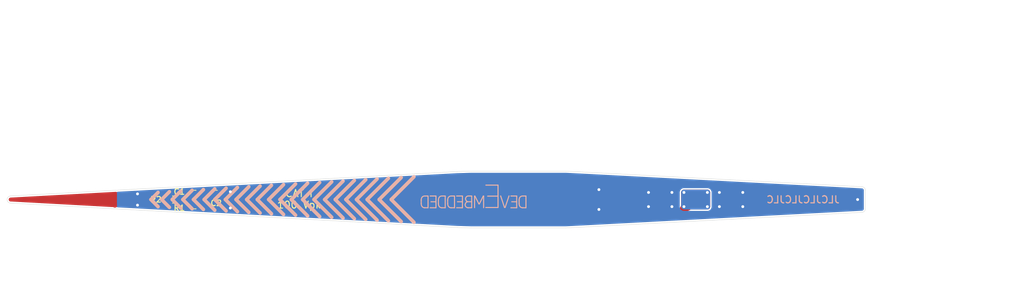
<source format=kicad_pcb>
(kicad_pcb (version 20171130) (host pcbnew 5.1.9-73d0e3b20d~88~ubuntu20.04.1)

  (general
    (thickness 1)
    (drawings 140)
    (tracks 81)
    (zones 0)
    (modules 9)
    (nets 5)
  )

  (page A4)
  (layers
    (0 F.Cu signal)
    (31 B.Cu signal)
    (32 B.Adhes user)
    (33 F.Adhes user)
    (34 B.Paste user)
    (35 F.Paste user)
    (36 B.SilkS user)
    (37 F.SilkS user)
    (38 B.Mask user)
    (39 F.Mask user)
    (40 Dwgs.User user)
    (41 Cmts.User user)
    (42 Eco1.User user)
    (43 Eco2.User user)
    (44 Edge.Cuts user)
    (45 Margin user)
    (46 B.CrtYd user)
    (47 F.CrtYd user)
    (48 B.Fab user)
    (49 F.Fab user)
  )

  (setup
    (last_trace_width 0.5)
    (trace_clearance 0.14)
    (zone_clearance 0.7)
    (zone_45_only no)
    (trace_min 0.2)
    (via_size 0.8)
    (via_drill 0.4)
    (via_min_size 0.4)
    (via_min_drill 0.3)
    (uvia_size 0.3)
    (uvia_drill 0.1)
    (uvias_allowed no)
    (uvia_min_size 0.2)
    (uvia_min_drill 0.1)
    (edge_width 0.05)
    (segment_width 0.2)
    (pcb_text_width 0.3)
    (pcb_text_size 1.5 1.5)
    (mod_edge_width 0.12)
    (mod_text_size 1 1)
    (mod_text_width 0.15)
    (pad_size 2 0.5)
    (pad_drill 0)
    (pad_to_mask_clearance 0.051)
    (solder_mask_min_width 0.25)
    (aux_axis_origin 120 90)
    (grid_origin 120 90)
    (visible_elements FFFFFF7F)
    (pcbplotparams
      (layerselection 0x010fc_ffffffff)
      (usegerberextensions false)
      (usegerberattributes false)
      (usegerberadvancedattributes false)
      (creategerberjobfile false)
      (excludeedgelayer true)
      (linewidth 0.100000)
      (plotframeref false)
      (viasonmask false)
      (mode 1)
      (useauxorigin false)
      (hpglpennumber 1)
      (hpglpenspeed 20)
      (hpglpendiameter 15.000000)
      (psnegative false)
      (psa4output false)
      (plotreference true)
      (plotvalue true)
      (plotinvisibletext false)
      (padsonsilk false)
      (subtractmaskfromsilk false)
      (outputformat 1)
      (mirror false)
      (drillshape 1)
      (scaleselection 1)
      (outputdirectory ""))
  )

  (net 0 "")
  (net 1 GND)
  (net 2 /AMP)
  (net 3 /TIP)
  (net 4 "Net-(C1-Pad1)")

  (net_class Default "This is the default net class."
    (clearance 0.14)
    (trace_width 0.5)
    (via_dia 0.8)
    (via_drill 0.4)
    (uvia_dia 0.3)
    (uvia_drill 0.1)
    (add_net /AMP)
    (add_net /TIP)
    (add_net GND)
    (add_net "Net-(C1-Pad1)")
  )

  (module oscilloscope-probes:PCB_SPARK_GAP (layer F.Cu) (tedit 611E3E79) (tstamp 60B66573)
    (at 208.05 100)
    (path /60B63DD8)
    (fp_text reference E2 (at 0 3.9) (layer F.SilkS) hide
      (effects (font (size 0.8 0.8) (thickness 0.15)))
    )
    (fp_text value SPARK_GAP (at 0 -5.1) (layer F.Fab) hide
      (effects (font (size 1 1) (thickness 0.15)))
    )
    (fp_poly (pts (xy 1 0.65) (xy -1 0.65) (xy -1 -0.65) (xy 1 -0.65)) (layer F.Mask) (width 0.01))
    (pad 2 smd rect (at -0.5 0.65 45) (size 0.35 0.35) (layers F.Cu)
      (net 1 GND))
    (pad 2 smd rect (at 0 0.65 45) (size 0.35 0.35) (layers F.Cu)
      (net 1 GND))
    (pad 2 smd roundrect (at 0 0.75) (size 2 0.5) (layers F.Cu) (roundrect_rratio 0.1)
      (net 1 GND))
    (pad 2 smd rect (at 0.5 0.65 45) (size 0.35 0.35) (layers F.Cu)
      (net 1 GND))
    (pad 2 smd rect (at -0.5 -0.65 45) (size 0.35 0.35) (layers F.Cu)
      (net 1 GND))
    (pad 2 smd rect (at 0 -0.65 45) (size 0.35 0.35) (layers F.Cu)
      (net 1 GND))
    (pad 1 smd rect (at 0.25 0 225) (size 0.5 0.5) (layers F.Cu F.Mask)
      (net 2 /AMP))
    (pad 1 smd rect (at -0.25 0 225) (size 0.5 0.5) (layers F.Cu F.Mask)
      (net 2 /AMP))
    (pad 2 smd roundrect (at 0 -0.75) (size 2 0.5) (layers F.Cu) (roundrect_rratio 0.1)
      (net 1 GND))
    (pad 2 smd rect (at 0.5 -0.65 45) (size 0.35 0.35) (layers F.Cu)
      (net 1 GND))
    (pad 1 smd rect (at 0 0) (size 2 0.5) (layers F.Cu F.Mask)
      (net 2 /AMP))
  )

  (module oscilloscope-probes:PCB_SPARK_GAP (layer F.Cu) (tedit 611E3E79) (tstamp 611E9555)
    (at 141.7 100)
    (path /60B619A9)
    (fp_text reference E1 (at 0 2.6) (layer F.SilkS) hide
      (effects (font (size 0.8 0.8) (thickness 0.15)))
    )
    (fp_text value SPARK_GAP (at 0 -2.6) (layer F.Fab) hide
      (effects (font (size 1 1) (thickness 0.15)))
    )
    (fp_poly (pts (xy 1 0.65) (xy -1 0.65) (xy -1 -0.65) (xy 1 -0.65)) (layer F.Mask) (width 0.01))
    (pad 2 smd rect (at -0.5 0.65 45) (size 0.35 0.35) (layers F.Cu)
      (net 1 GND))
    (pad 2 smd rect (at 0 0.65 45) (size 0.35 0.35) (layers F.Cu)
      (net 1 GND))
    (pad 2 smd roundrect (at 0 0.75) (size 2 0.5) (layers F.Cu) (roundrect_rratio 0.1)
      (net 1 GND))
    (pad 2 smd rect (at 0.5 0.65 45) (size 0.35 0.35) (layers F.Cu)
      (net 1 GND))
    (pad 2 smd rect (at -0.5 -0.65 45) (size 0.35 0.35) (layers F.Cu)
      (net 1 GND))
    (pad 2 smd rect (at 0 -0.65 45) (size 0.35 0.35) (layers F.Cu)
      (net 1 GND))
    (pad 1 smd rect (at 0.25 0 225) (size 0.5 0.5) (layers F.Cu F.Mask)
      (net 3 /TIP))
    (pad 1 smd rect (at -0.25 0 225) (size 0.5 0.5) (layers F.Cu F.Mask)
      (net 3 /TIP))
    (pad 2 smd roundrect (at 0 -0.75) (size 2 0.5) (layers F.Cu) (roundrect_rratio 0.1)
      (net 1 GND))
    (pad 2 smd rect (at 0.5 -0.65 45) (size 0.35 0.35) (layers F.Cu)
      (net 1 GND))
    (pad 1 smd rect (at 0 0) (size 2 0.5) (layers F.Cu F.Mask)
      (net 3 /TIP))
  )

  (module oscilloscope-probes:SIMPLE_PAD (layer F.Cu) (tedit 5FFCA1B5) (tstamp 5FFCF0EF)
    (at 221.65 100.01)
    (path /5FFCA007)
    (fp_text reference J2 (at 0 -1.448) (layer F.SilkS) hide
      (effects (font (size 0.8 0.8) (thickness 0.15)))
    )
    (fp_text value TO_AMP (at 0 1.55) (layer F.Fab)
      (effects (font (size 1 1) (thickness 0.15)))
    )
    (fp_text user %R (at 0 -1.45) (layer F.Fab)
      (effects (font (size 0.8 0.8) (thickness 0.15)))
    )
    (pad 1 smd circle (at 0 0) (size 1 1) (layers F.Cu F.Mask)
      (net 2 /AMP))
  )

  (module Capacitor_SMD:C_0603_1608Metric (layer F.Cu) (tedit 5B301BBE) (tstamp 60B65DD4)
    (at 154 99.2)
    (descr "Capacitor SMD 0603 (1608 Metric), square (rectangular) end terminal, IPC_7351 nominal, (Body size source: http://www.tortai-tech.com/upload/download/2011102023233369053.pdf), generated with kicad-footprint-generator")
    (tags capacitor)
    (path /60B603A2)
    (attr smd)
    (fp_text reference C2 (at 0 1.3) (layer F.SilkS)
      (effects (font (size 0.8 0.8) (thickness 0.15)))
    )
    (fp_text value N/A (at 0 1.43) (layer F.Fab)
      (effects (font (size 1 1) (thickness 0.15)))
    )
    (fp_line (start 1.48 0.73) (end -1.48 0.73) (layer F.CrtYd) (width 0.05))
    (fp_line (start 1.48 -0.73) (end 1.48 0.73) (layer F.CrtYd) (width 0.05))
    (fp_line (start -1.48 -0.73) (end 1.48 -0.73) (layer F.CrtYd) (width 0.05))
    (fp_line (start -1.48 0.73) (end -1.48 -0.73) (layer F.CrtYd) (width 0.05))
    (fp_line (start -0.162779 0.51) (end 0.162779 0.51) (layer F.SilkS) (width 0.12))
    (fp_line (start -0.162779 -0.51) (end 0.162779 -0.51) (layer F.SilkS) (width 0.12))
    (fp_line (start 0.8 0.4) (end -0.8 0.4) (layer F.Fab) (width 0.1))
    (fp_line (start 0.8 -0.4) (end 0.8 0.4) (layer F.Fab) (width 0.1))
    (fp_line (start -0.8 -0.4) (end 0.8 -0.4) (layer F.Fab) (width 0.1))
    (fp_line (start -0.8 0.4) (end -0.8 -0.4) (layer F.Fab) (width 0.1))
    (fp_text user %R (at 0 0) (layer F.Fab)
      (effects (font (size 0.8 0.8) (thickness 0.15)))
    )
    (pad 2 smd roundrect (at 0.7875 0) (size 0.875 0.95) (layers F.Cu F.Paste F.Mask) (roundrect_rratio 0.25)
      (net 1 GND))
    (pad 1 smd roundrect (at -0.7875 0) (size 0.875 0.95) (layers F.Cu F.Paste F.Mask) (roundrect_rratio 0.25)
      (net 2 /AMP))
    (model ${KISYS3DMOD}/Capacitor_SMD.3dshapes/C_0603_1608Metric.wrl
      (at (xyz 0 0 0))
      (scale (xyz 1 1 1))
      (rotate (xyz 0 0 0))
    )
  )

  (module Resistor_SMD:R_0603_1608Metric (layer F.Cu) (tedit 5B301BBD) (tstamp 60990555)
    (at 148 100 180)
    (descr "Resistor SMD 0603 (1608 Metric), square (rectangular) end terminal, IPC_7351 nominal, (Body size source: http://www.tortai-tech.com/upload/download/2011102023233369053.pdf), generated with kicad-footprint-generator")
    (tags resistor)
    (path /609904A1)
    (attr smd)
    (fp_text reference R2 (at 2.5 0) (layer F.SilkS)
      (effects (font (size 0.8 0.8) (thickness 0.15)))
    )
    (fp_text value 220 (at 0 1.43) (layer F.Fab)
      (effects (font (size 1 1) (thickness 0.15)))
    )
    (fp_line (start 1.48 0.73) (end -1.48 0.73) (layer F.CrtYd) (width 0.05))
    (fp_line (start 1.48 -0.73) (end 1.48 0.73) (layer F.CrtYd) (width 0.05))
    (fp_line (start -1.48 -0.73) (end 1.48 -0.73) (layer F.CrtYd) (width 0.05))
    (fp_line (start -1.48 0.73) (end -1.48 -0.73) (layer F.CrtYd) (width 0.05))
    (fp_line (start -0.162779 0.51) (end 0.162779 0.51) (layer F.SilkS) (width 0.12))
    (fp_line (start -0.162779 -0.51) (end 0.162779 -0.51) (layer F.SilkS) (width 0.12))
    (fp_line (start 0.8 0.4) (end -0.8 0.4) (layer F.Fab) (width 0.1))
    (fp_line (start 0.8 -0.4) (end 0.8 0.4) (layer F.Fab) (width 0.1))
    (fp_line (start -0.8 -0.4) (end 0.8 -0.4) (layer F.Fab) (width 0.1))
    (fp_line (start -0.8 0.4) (end -0.8 -0.4) (layer F.Fab) (width 0.1))
    (fp_text user %R (at 0 0) (layer F.Fab)
      (effects (font (size 0.8 0.8) (thickness 0.15)))
    )
    (pad 2 smd roundrect (at 0.7875 0 180) (size 0.875 0.95) (layers F.Cu F.Paste F.Mask) (roundrect_rratio 0.25)
      (net 3 /TIP))
    (pad 1 smd roundrect (at -0.7875 0 180) (size 0.875 0.95) (layers F.Cu F.Paste F.Mask) (roundrect_rratio 0.25)
      (net 4 "Net-(C1-Pad1)"))
    (model ${KISYS3DMOD}/Resistor_SMD.3dshapes/R_0603_1608Metric.wrl
      (at (xyz 0 0 0))
      (scale (xyz 1 1 1))
      (rotate (xyz 0 0 0))
    )
  )

  (module oscilloscope-probes:SIMPLE_PAD (layer F.Cu) (tedit 611A48FD) (tstamp 5FFCF0FD)
    (at 216.65 100)
    (path /5FFCB7FA)
    (fp_text reference J3 (at 0 1.905) (layer F.SilkS) hide
      (effects (font (size 0.8 0.8) (thickness 0.15)))
    )
    (fp_text value GND (at 0 -1.905) (layer F.Fab) hide
      (effects (font (size 1 1) (thickness 0.15)))
    )
    (pad 1 smd circle (at 0 0) (size 1 1) (layers F.Cu F.Mask)
      (net 1 GND))
  )

  (module oscilloscope-probes:SIMPLE_PAD (layer F.Cu) (tedit 5FFCA1B5) (tstamp 5FFCF0E1)
    (at 135 100)
    (path /5FFC9D55)
    (fp_text reference J1 (at 0 1.905) (layer F.SilkS) hide
      (effects (font (size 0.8 0.8) (thickness 0.15)))
    )
    (fp_text value TIP (at 0 -1.905) (layer F.Fab) hide
      (effects (font (size 1 1) (thickness 0.15)))
    )
    (pad 1 smd circle (at 0 0) (size 1 1) (layers F.Cu F.Mask)
      (net 3 /TIP))
  )

  (module Resistor_SMD:R_0603_1608Metric (layer F.Cu) (tedit 5B301BBD) (tstamp 5FFCF10E)
    (at 151 100.8 180)
    (descr "Resistor SMD 0603 (1608 Metric), square (rectangular) end terminal, IPC_7351 nominal, (Body size source: http://www.tortai-tech.com/upload/download/2011102023233369053.pdf), generated with kicad-footprint-generator")
    (tags resistor)
    (path /5FFCA62C)
    (attr smd)
    (fp_text reference R1 (at 2.2 -0.4) (layer F.SilkS)
      (effects (font (size 0.8 0.8) (thickness 0.15)))
    )
    (fp_text value 9.53M (at 0 1.43) (layer F.Fab)
      (effects (font (size 1 1) (thickness 0.15)))
    )
    (fp_line (start 1.48 0.73) (end -1.48 0.73) (layer F.CrtYd) (width 0.05))
    (fp_line (start 1.48 -0.73) (end 1.48 0.73) (layer F.CrtYd) (width 0.05))
    (fp_line (start -1.48 -0.73) (end 1.48 -0.73) (layer F.CrtYd) (width 0.05))
    (fp_line (start -1.48 0.73) (end -1.48 -0.73) (layer F.CrtYd) (width 0.05))
    (fp_line (start -0.162779 0.51) (end 0.162779 0.51) (layer F.SilkS) (width 0.12))
    (fp_line (start -0.162779 -0.51) (end 0.162779 -0.51) (layer F.SilkS) (width 0.12))
    (fp_line (start 0.8 0.4) (end -0.8 0.4) (layer F.Fab) (width 0.1))
    (fp_line (start 0.8 -0.4) (end 0.8 0.4) (layer F.Fab) (width 0.1))
    (fp_line (start -0.8 -0.4) (end 0.8 -0.4) (layer F.Fab) (width 0.1))
    (fp_line (start -0.8 0.4) (end -0.8 -0.4) (layer F.Fab) (width 0.1))
    (fp_text user %R (at 0 0) (layer F.Fab)
      (effects (font (size 0.8 0.8) (thickness 0.15)))
    )
    (pad 2 smd roundrect (at 0.7875 0 180) (size 0.875 0.95) (layers F.Cu F.Paste F.Mask) (roundrect_rratio 0.25)
      (net 4 "Net-(C1-Pad1)"))
    (pad 1 smd roundrect (at -0.7875 0 180) (size 0.875 0.95) (layers F.Cu F.Paste F.Mask) (roundrect_rratio 0.25)
      (net 2 /AMP))
    (model ${KISYS3DMOD}/Resistor_SMD.3dshapes/R_0603_1608Metric.wrl
      (at (xyz 0 0 0))
      (scale (xyz 1 1 1))
      (rotate (xyz 0 0 0))
    )
  )

  (module Capacitor_SMD:C_0603_1608Metric (layer F.Cu) (tedit 5B301BBE) (tstamp 5FFCF0D3)
    (at 151 99.2)
    (descr "Capacitor SMD 0603 (1608 Metric), square (rectangular) end terminal, IPC_7351 nominal, (Body size source: http://www.tortai-tech.com/upload/download/2011102023233369053.pdf), generated with kicad-footprint-generator")
    (tags capacitor)
    (path /5FFCAB53)
    (attr smd)
    (fp_text reference C1 (at -2.2 -0.3) (layer F.SilkS)
      (effects (font (size 0.8 0.8) (thickness 0.15)))
    )
    (fp_text value 1.0pF (at 0 1.43) (layer F.Fab)
      (effects (font (size 1 1) (thickness 0.15)))
    )
    (fp_line (start 1.48 0.73) (end -1.48 0.73) (layer F.CrtYd) (width 0.05))
    (fp_line (start 1.48 -0.73) (end 1.48 0.73) (layer F.CrtYd) (width 0.05))
    (fp_line (start -1.48 -0.73) (end 1.48 -0.73) (layer F.CrtYd) (width 0.05))
    (fp_line (start -1.48 0.73) (end -1.48 -0.73) (layer F.CrtYd) (width 0.05))
    (fp_line (start -0.162779 0.51) (end 0.162779 0.51) (layer F.SilkS) (width 0.12))
    (fp_line (start -0.162779 -0.51) (end 0.162779 -0.51) (layer F.SilkS) (width 0.12))
    (fp_line (start 0.8 0.4) (end -0.8 0.4) (layer F.Fab) (width 0.1))
    (fp_line (start 0.8 -0.4) (end 0.8 0.4) (layer F.Fab) (width 0.1))
    (fp_line (start -0.8 -0.4) (end 0.8 -0.4) (layer F.Fab) (width 0.1))
    (fp_line (start -0.8 0.4) (end -0.8 -0.4) (layer F.Fab) (width 0.1))
    (fp_text user %R (at 0 0) (layer F.Fab)
      (effects (font (size 0.8 0.8) (thickness 0.15)))
    )
    (pad 2 smd roundrect (at 0.7875 0) (size 0.875 0.95) (layers F.Cu F.Paste F.Mask) (roundrect_rratio 0.25)
      (net 2 /AMP))
    (pad 1 smd roundrect (at -0.7875 0) (size 0.875 0.95) (layers F.Cu F.Paste F.Mask) (roundrect_rratio 0.25)
      (net 4 "Net-(C1-Pad1)"))
    (model ${KISYS3DMOD}/Capacitor_SMD.3dshapes/C_0603_1608Metric.wrl
      (at (xyz 0 0 0))
      (scale (xyz 1 1 1))
      (rotate (xyz 0 0 0))
    )
  )

  (dimension 3.6 (width 0.12) (layer Dwgs.User)
    (gr_text "3.600 mm" (at 263.17 100 -90) (layer Dwgs.User)
      (effects (font (size 1 1) (thickness 0.15)))
    )
    (feature1 (pts (xy 245.1 101.8) (xy 262.486421 101.8)))
    (feature2 (pts (xy 245.1 98.2) (xy 262.486421 98.2)))
    (crossbar (pts (xy 261.9 98.2) (xy 261.9 101.8)))
    (arrow1a (pts (xy 261.9 101.8) (xy 261.313579 100.673496)))
    (arrow1b (pts (xy 261.9 101.8) (xy 262.486421 100.673496)))
    (arrow2a (pts (xy 261.9 98.2) (xy 261.313579 99.326504)))
    (arrow2b (pts (xy 261.9 98.2) (xy 262.486421 99.326504)))
  )
  (dimension 6.6 (width 0.12) (layer Dwgs.User)
    (gr_text "6.600 mm" (at 265.47 100 -90) (layer Dwgs.User)
      (effects (font (size 1 1) (thickness 0.15)))
    )
    (feature1 (pts (xy 216.7 103.3) (xy 264.786421 103.3)))
    (feature2 (pts (xy 216.7 96.7) (xy 264.786421 96.7)))
    (crossbar (pts (xy 264.2 96.7) (xy 264.2 103.3)))
    (arrow1a (pts (xy 264.2 103.3) (xy 263.613579 102.173496)))
    (arrow1b (pts (xy 264.2 103.3) (xy 264.786421 102.173496)))
    (arrow2a (pts (xy 264.2 96.7) (xy 263.613579 97.826504)))
    (arrow2b (pts (xy 264.2 96.7) (xy 264.786421 97.826504)))
  )
  (gr_poly (pts (xy 218.45 101.25) (xy 218.55 101.15) (xy 218.6 101) (xy 218.6 99) (xy 218.55 98.85) (xy 218.45 98.75) (xy 218.3 98.7) (xy 215 98.7) (xy 214.85 98.75) (xy 214.75 98.85) (xy 214.7 99) (xy 214.7 101) (xy 214.75 101.15) (xy 214.85 101.25) (xy 215 101.3) (xy 218.3 101.3)) (layer B.Mask) (width 0.01) (tstamp 611A5034))
  (gr_poly (pts (xy 228.45 101.25) (xy 228.55 101.15) (xy 228.6 101) (xy 228.6 99) (xy 228.55 98.85) (xy 228.45 98.75) (xy 228.3 98.7) (xy 225 98.7) (xy 224.85 98.75) (xy 224.75 98.85) (xy 224.7 99) (xy 224.7 101) (xy 224.75 101.15) (xy 224.85 101.25) (xy 225 101.3) (xy 228.3 101.3)) (layer B.Mask) (width 0.01) (tstamp 611A5031))
  (gr_poly (pts (xy 223.45 101.25) (xy 223.55 101.15) (xy 223.6 101) (xy 223.6 99) (xy 223.55 98.85) (xy 223.45 98.75) (xy 223.3 98.7) (xy 220 98.7) (xy 219.85 98.75) (xy 219.75 98.85) (xy 219.7 99) (xy 219.7 101) (xy 219.75 101.15) (xy 219.85 101.25) (xy 220 101.3) (xy 223.3 101.3)) (layer B.Mask) (width 0.01) (tstamp 611A5037))
  (gr_poly (pts (xy 228.45 98.75) (xy 228.55 98.85) (xy 228.6 99) (xy 228.6 101) (xy 228.55 101.15) (xy 228.45 101.25) (xy 228.3 101.3) (xy 225 101.3) (xy 224.85 101.25) (xy 224.75 101.15) (xy 224.7 101) (xy 224.7 99) (xy 224.75 98.85) (xy 224.85 98.75) (xy 225 98.7) (xy 228.3 98.7)) (layer F.Mask) (width 0.01) (tstamp 611A4FA3))
  (gr_poly (pts (xy 223.45 98.75) (xy 223.55 98.85) (xy 223.6 99) (xy 223.6 101) (xy 223.55 101.15) (xy 223.45 101.25) (xy 223.3 101.3) (xy 220 101.3) (xy 219.85 101.25) (xy 219.75 101.15) (xy 219.7 101) (xy 219.7 99) (xy 219.75 98.85) (xy 219.85 98.75) (xy 220 98.7) (xy 223.3 98.7)) (layer F.Mask) (width 0.01) (tstamp 611A4FA1))
  (gr_poly (pts (xy 218.45 98.75) (xy 218.55 98.85) (xy 218.6 99) (xy 218.6 101) (xy 218.55 101.15) (xy 218.45 101.25) (xy 218.3 101.3) (xy 215 101.3) (xy 214.85 101.25) (xy 214.75 101.15) (xy 214.7 101) (xy 214.7 99) (xy 214.75 98.85) (xy 214.85 98.75) (xy 215 98.7) (xy 218.3 98.7)) (layer F.Mask) (width 0.01))
  (gr_line (start 203.34 104) (end 245.1 101.8) (layer Edge.Cuts) (width 0.05) (tstamp 611A46E1))
  (dimension 42.000001 (width 0.15) (layer Dwgs.User)
    (gr_text "42.000 mm" (at 224.542191 114.005 0.01364185201) (layer Dwgs.User)
      (effects (font (size 1 1) (thickness 0.15)))
    )
    (feature1 (pts (xy 245.54 104.8) (xy 245.542021 113.28642)))
    (feature2 (pts (xy 203.54 104.81) (xy 203.542021 113.29642)))
    (crossbar (pts (xy 203.541881 112.71) (xy 245.541881 112.7)))
    (arrow1a (pts (xy 245.541881 112.7) (xy 244.415517 113.286689)))
    (arrow1b (pts (xy 245.541881 112.7) (xy 244.415238 112.113847)))
    (arrow2a (pts (xy 203.541881 112.71) (xy 204.668524 113.296153)))
    (arrow2b (pts (xy 203.541881 112.71) (xy 204.668245 112.123311)))
  )
  (gr_text "CAT I\n100 Vpk" (at 165.7 99.95) (layer F.SilkS)
    (effects (font (size 1 1) (thickness 0.15)))
  )
  (dimension 8.0001 (width 0.05) (layer Dwgs.User)
    (gr_text "8.000 mm" (at 195.920089 99.9645 89.71352349) (layer Dwgs.User)
      (effects (font (size 1 1) (thickness 0.15)))
    )
    (feature1 (pts (xy 203 104) (xy 196.51366 103.967568)))
    (feature2 (pts (xy 203.04 96) (xy 196.55366 95.967568)))
    (crossbar (pts (xy 197.140074 95.9705) (xy 197.100074 103.9705)))
    (arrow1a (pts (xy 197.100074 103.9705) (xy 196.519293 102.841078)))
    (arrow1b (pts (xy 197.100074 103.9705) (xy 197.69212 102.846942)))
    (arrow2a (pts (xy 197.140074 95.9705) (xy 196.548028 97.094058)))
    (arrow2b (pts (xy 197.140074 95.9705) (xy 197.720855 97.099922)))
  )
  (gr_line (start 178.7 100) (end 181.9 103.2) (layer B.SilkS) (width 0.5) (tstamp 6099628C))
  (gr_line (start 178.7 100) (end 181.9 96.8) (layer B.SilkS) (width 0.5) (tstamp 6099628B))
  (gr_line (start 177 100) (end 180.1 96.9) (layer B.SilkS) (width 0.5) (tstamp 60996288))
  (gr_line (start 177 100) (end 180.1 103.1) (layer B.SilkS) (width 0.5) (tstamp 60996287))
  (gr_line (start 175.3 100) (end 178.3 103) (layer B.SilkS) (width 0.5) (tstamp 6099627E))
  (gr_line (start 175.3 100) (end 178.3 97) (layer B.SilkS) (width 0.5) (tstamp 6099627D))
  (gr_line (start 173.8 100) (end 176.7 97.1) (layer B.SilkS) (width 0.5) (tstamp 6099625F))
  (gr_line (start 173.8 100) (end 176.7 102.9) (layer B.SilkS) (width 0.5) (tstamp 6099625E))
  (gr_line (start 172.3 100) (end 175.1 102.8) (layer B.SilkS) (width 0.5) (tstamp 6099625B))
  (gr_line (start 172.3 100) (end 175.1 97.2) (layer B.SilkS) (width 0.5) (tstamp 6099625A))
  (gr_line (start 170.8 100) (end 173.5 102.7) (layer B.SilkS) (width 0.5) (tstamp 60996257))
  (gr_line (start 170.8 100) (end 173.5 97.3) (layer B.SilkS) (width 0.5) (tstamp 60996256))
  (gr_line (start 169.3 100) (end 171.9 97.4) (layer B.SilkS) (width 0.5) (tstamp 60996253))
  (gr_line (start 169.3 100) (end 171.9 102.6) (layer B.SilkS) (width 0.5) (tstamp 60996252))
  (gr_line (start 167.8 100) (end 170.3 97.5) (layer B.SilkS) (width 0.5) (tstamp 6099624A))
  (gr_line (start 167.8 100) (end 170.3 102.5) (layer B.SilkS) (width 0.5) (tstamp 60996249))
  (gr_line (start 166.2 100) (end 168.6 97.6) (layer B.SilkS) (width 0.5) (tstamp 6099623F))
  (gr_line (start 166.2 100) (end 168.6 102.4) (layer B.SilkS) (width 0.5) (tstamp 6099623E))
  (gr_line (start 164.6 100) (end 166.9 97.7) (layer B.SilkS) (width 0.5) (tstamp 60996234))
  (gr_line (start 164.6 100) (end 166.9 102.3) (layer B.SilkS) (width 0.5) (tstamp 60996233))
  (gr_line (start 163 100) (end 165.2 97.8) (layer B.SilkS) (width 0.5) (tstamp 60996230))
  (gr_line (start 163 100) (end 165.2 102.2) (layer B.SilkS) (width 0.5) (tstamp 6099622F))
  (gr_line (start 161.4 100) (end 163.5 102.1) (layer B.SilkS) (width 0.5) (tstamp 6099622C))
  (gr_line (start 161.4 100) (end 163.5 97.9) (layer B.SilkS) (width 0.5) (tstamp 6099622B))
  (gr_line (start 159.8 100) (end 161.8 102) (layer B.SilkS) (width 0.5) (tstamp 60996228))
  (gr_line (start 159.8 100) (end 161.8 98) (layer B.SilkS) (width 0.5) (tstamp 60996227))
  (gr_line (start 158.3 100) (end 160.2 101.9) (layer B.SilkS) (width 0.5) (tstamp 6099621F))
  (gr_line (start 158.3 100) (end 160.2 98.1) (layer B.SilkS) (width 0.5) (tstamp 6099621E))
  (gr_line (start 156.8 100) (end 158.6 101.8) (layer B.SilkS) (width 0.5) (tstamp 60996218))
  (gr_line (start 156.8 100) (end 158.6 98.2) (layer B.SilkS) (width 0.5) (tstamp 60996217))
  (gr_line (start 155.3 100) (end 157 101.7) (layer B.SilkS) (width 0.5) (tstamp 609961B7))
  (gr_line (start 155.3 100) (end 157 98.3) (layer B.SilkS) (width 0.5) (tstamp 609961B6))
  (gr_line (start 153.8 100) (end 155.4 98.4) (layer B.SilkS) (width 0.5) (tstamp 609961B3))
  (gr_line (start 153.8 100) (end 155.4 101.6) (layer B.SilkS) (width 0.5) (tstamp 609961B2))
  (gr_line (start 152.3 100) (end 153.8 98.5) (layer B.SilkS) (width 0.5) (tstamp 609961AF))
  (gr_line (start 152.3 100) (end 153.8 101.5) (layer B.SilkS) (width 0.5) (tstamp 609961AE))
  (gr_line (start 150.8 100) (end 152.2 98.6) (layer B.SilkS) (width 0.5) (tstamp 609961AB))
  (gr_line (start 150.8 100) (end 152.2 101.4) (layer B.SilkS) (width 0.5) (tstamp 609961AA))
  (gr_line (start 149.3 100) (end 150.6 98.7) (layer B.SilkS) (width 0.5) (tstamp 609961A7))
  (gr_line (start 149.3 100) (end 150.6 101.3) (layer B.SilkS) (width 0.5) (tstamp 609961A6))
  (gr_line (start 147.8 100) (end 149 98.8) (layer B.SilkS) (width 0.5) (tstamp 609961A3))
  (gr_line (start 147.8 100) (end 149 101.2) (layer B.SilkS) (width 0.5) (tstamp 609961A2))
  (gr_line (start 146.3 100) (end 147.4 101.1) (layer B.SilkS) (width 0.5) (tstamp 6099619F))
  (gr_line (start 146.3 100) (end 147.4 98.9) (layer B.SilkS) (width 0.5) (tstamp 6099619E))
  (gr_line (start 144.8 100) (end 145.8 101) (layer B.SilkS) (width 0.5))
  (gr_line (start 144.8 100) (end 145.8 99) (layer B.SilkS) (width 0.5))
  (gr_line (start 193.767772 99.520615) (end 192.297984 99.520615) (layer B.SilkS) (width 0.15))
  (gr_line (start 188.746222 101.155744) (end 187.924964 101.155744) (layer B.SilkS) (width 0.15))
  (gr_line (start 197.70635 99.500935) (end 197.239948 99.500935) (layer B.SilkS) (width 0.15))
  (gr_curve (pts (xy 185.353396 100.574499) (xy 185.353396 100.988094) (xy 185.604103 101.157429) (xy 185.835949 101.157429)) (layer B.SilkS) (width 0.15))
  (gr_line (start 194.769427 101.111794) (end 194.676761 101.111794) (layer B.SilkS) (width 0.15))
  (gr_curve (pts (xy 196.743086 100.574499) (xy 196.743086 100.988094) (xy 196.993794 101.157429) (xy 197.225639 101.157429)) (layer B.SilkS) (width 0.15))
  (gr_line (start 190.049599 101.145359) (end 190.049599 99.500595) (layer B.SilkS) (width 0.15))
  (gr_line (start 193.766402 97.96867) (end 193.766402 101.121424) (layer B.SilkS) (width 0.15))
  (gr_curve (pts (xy 189.128502 100.743639) (xy 189.130852 101.047419) (xy 189.398043 101.156339) (xy 189.5412 101.156339)) (layer B.SilkS) (width 0.15))
  (gr_curve (pts (xy 183.426183 99.500935) (xy 183.160214 99.500915) (xy 182.929321 99.675795) (xy 182.929321 100.076049)) (layer B.SilkS) (width 0.15))
  (gr_curve (pts (xy 197.239948 99.500935) (xy 196.973979 99.500915) (xy 196.743086 99.675795) (xy 196.743086 100.076049)) (layer B.SilkS) (width 0.15))
  (gr_curve (pts (xy 185.850258 99.500935) (xy 185.584289 99.500915) (xy 185.353396 99.675795) (xy 185.353396 100.076049)) (layer B.SilkS) (width 0.15))
  (gr_line (start 192.049228 97.96867) (end 193.766402 97.96867) (layer B.SilkS) (width 0.15))
  (gr_line (start 194.676761 101.111794) (end 194.137524 99.490475) (layer B.SilkS) (width 0.15))
  (gr_line (start 190.456657 99.52028) (end 190.456657 101.146349) (layer B.SilkS) (width 0.15))
  (gr_line (start 183.893485 101.154889) (end 183.892585 99.500935) (layer B.SilkS) (width 0.15))
  (gr_curve (pts (xy 189.185501 99.887679) (xy 189.185501 100.173554) (xy 189.397585 100.242209) (xy 189.399116 100.270474)) (layer B.SilkS) (width 0.15))
  (gr_curve (pts (xy 187.160109 99.500935) (xy 186.89414 99.500915) (xy 186.663247 99.675795) (xy 186.663247 100.076049)) (layer B.SilkS) (width 0.15))
  (gr_line (start 185.009976 100.311354) (end 184.307077 100.311354) (layer B.SilkS) (width 0.15))
  (gr_line (start 188.744288 100.311354) (end 188.041389 100.311354) (layer B.SilkS) (width 0.15))
  (gr_line (start 185.01191 99.5) (end 185.01191 101.155744) (layer B.SilkS) (width 0.15))
  (gr_line (start 190.51193 99.52028) (end 190.456657 99.52028) (layer B.SilkS) (width 0.15))
  (gr_line (start 187.1458 101.157429) (end 187.627411 101.154889) (layer B.SilkS) (width 0.15))
  (gr_line (start 195.314507 99.49115) (end 194.769427 101.111794) (layer B.SilkS) (width 0.15))
  (gr_line (start 183.411874 101.157429) (end 183.893485 101.154889) (layer B.SilkS) (width 0.15))
  (gr_line (start 191.733818 101.152709) (end 191.733818 99.51278) (layer B.SilkS) (width 0.15))
  (gr_line (start 184.18953 99.5) (end 185.01191 99.5) (layer B.SilkS) (width 0.15))
  (gr_line (start 196.743086 100.076049) (end 196.743086 100.574499) (layer B.SilkS) (width 0.15))
  (gr_line (start 187.626511 99.500935) (end 187.160109 99.500935) (layer B.SilkS) (width 0.15))
  (gr_line (start 189.399116 100.270474) (end 189.399116 100.324459) (layer B.SilkS) (width 0.15))
  (gr_line (start 196.4 101.155744) (end 195.578741 101.155744) (layer B.SilkS) (width 0.15))
  (gr_line (start 191.135586 100.601329) (end 191.059398 100.601329) (layer B.SilkS) (width 0.15))
  (gr_line (start 193.766402 101.121424) (end 192.037954 101.121424) (layer B.SilkS) (width 0.15))
  (gr_line (start 186.663247 100.076049) (end 186.663247 100.574499) (layer B.SilkS) (width 0.15))
  (gr_line (start 197.225639 101.157429) (end 197.70725 101.154889) (layer B.SilkS) (width 0.15))
  (gr_line (start 187.923841 99.5) (end 188.746222 99.5) (layer B.SilkS) (width 0.15))
  (gr_line (start 191.059398 100.601329) (end 190.51193 99.52028) (layer B.SilkS) (width 0.15))
  (gr_line (start 190.049599 99.500595) (end 189.572586 99.500595) (layer B.SilkS) (width 0.15))
  (gr_curve (pts (xy 189.399116 100.324459) (xy 189.228742 100.401484) (xy 189.12722 100.577314) (xy 189.128502 100.743639)) (layer B.SilkS) (width 0.15))
  (gr_curve (pts (xy 182.929321 100.574499) (xy 182.929321 100.988094) (xy 183.180028 101.157429) (xy 183.411874 101.157429)) (layer B.SilkS) (width 0.15))
  (gr_line (start 185.835949 101.157429) (end 186.31756 101.154889) (layer B.SilkS) (width 0.15))
  (gr_curve (pts (xy 186.663247 100.574499) (xy 186.663247 100.988094) (xy 186.913954 101.157429) (xy 187.1458 101.157429)) (layer B.SilkS) (width 0.15))
  (gr_line (start 185.01191 101.155744) (end 184.190653 101.155744) (layer B.SilkS) (width 0.15))
  (gr_line (start 189.402494 100.306819) (end 190.04019 100.306819) (layer B.SilkS) (width 0.15))
  (gr_line (start 185.353396 100.076049) (end 185.353396 100.574499) (layer B.SilkS) (width 0.15))
  (gr_line (start 188.746222 99.5) (end 188.746222 101.155744) (layer B.SilkS) (width 0.15))
  (gr_line (start 186.31756 101.154889) (end 186.31666 99.500935) (layer B.SilkS) (width 0.15))
  (gr_line (start 187.627411 101.154889) (end 187.626511 99.500935) (layer B.SilkS) (width 0.15))
  (gr_line (start 189.5412 101.156339) (end 190.049599 101.145359) (layer B.SilkS) (width 0.15))
  (gr_line (start 197.70725 101.154889) (end 197.70635 99.500935) (layer B.SilkS) (width 0.15))
  (gr_line (start 191.733818 99.51278) (end 191.684043 99.51278) (layer B.SilkS) (width 0.15))
  (gr_line (start 196.398065 100.311354) (end 195.695166 100.311354) (layer B.SilkS) (width 0.15))
  (gr_line (start 186.31666 99.500935) (end 185.850258 99.500935) (layer B.SilkS) (width 0.15))
  (gr_curve (pts (xy 189.572586 99.500595) (xy 189.343417 99.498095) (xy 189.185501 99.705205) (xy 189.185501 99.887679)) (layer B.SilkS) (width 0.15))
  (gr_line (start 195.577618 99.5) (end 196.4 99.5) (layer B.SilkS) (width 0.15))
  (gr_line (start 183.892585 99.500935) (end 183.426183 99.500935) (layer B.SilkS) (width 0.15))
  (gr_line (start 182.929321 100.076049) (end 182.929321 100.574499) (layer B.SilkS) (width 0.15))
  (gr_line (start 191.684043 99.51278) (end 191.135586 100.601329) (layer B.SilkS) (width 0.15))
  (gr_line (start 196.4 99.5) (end 196.4 101.155744) (layer B.SilkS) (width 0.15))
  (gr_line (start 221.64 105.88) (end 221.64 81.98) (layer Dwgs.User) (width 0.05) (tstamp 609907D3))
  (dimension 2 (width 0.15) (layer Dwgs.User)
    (gr_text "2.000 mm" (at 259.639999 100.02 270) (layer Dwgs.User)
      (effects (font (size 1 1) (thickness 0.15)) (justify left))
    )
    (feature1 (pts (xy 256.44 101.02) (xy 258.92642 101.02)))
    (feature2 (pts (xy 256.44 99.02) (xy 258.92642 99.02)))
    (crossbar (pts (xy 258.339999 99.02) (xy 258.339999 101.02)))
    (arrow1a (pts (xy 258.339999 101.02) (xy 257.753578 99.893496)))
    (arrow1b (pts (xy 258.339999 101.02) (xy 258.92642 99.893496)))
    (arrow2a (pts (xy 258.339999 99.02) (xy 257.753578 100.146504)))
    (arrow2b (pts (xy 258.339999 99.02) (xy 258.92642 100.146504)))
  )
  (gr_line (start 212.29 101.01) (end 256.59 101.01) (layer Dwgs.User) (width 0.05) (tstamp 60995C24))
  (gr_line (start 212.24 99.01) (end 256.54 99.01) (layer Dwgs.User) (width 0.05) (tstamp 60995C18))
  (gr_line (start 245.04 100.01) (end 256.54 100.01) (layer Dwgs.User) (width 0.05))
  (gr_line (start 216.64 108.3) (end 216.64 84.4) (layer Dwgs.User) (width 0.05) (tstamp 609907D6))
  (dimension 18 (width 0.15) (layer Dwgs.User)
    (gr_text "18.000 mm" (at 212.64 82.11) (layer Dwgs.User)
      (effects (font (size 1 1) (thickness 0.15)))
    )
    (feature1 (pts (xy 221.64 83.96) (xy 221.64 82.823579)))
    (feature2 (pts (xy 203.64 83.96) (xy 203.64 82.823579)))
    (crossbar (pts (xy 203.64 83.41) (xy 221.64 83.41)))
    (arrow1a (pts (xy 221.64 83.41) (xy 220.513496 83.996421)))
    (arrow1b (pts (xy 221.64 83.41) (xy 220.513496 82.823579)))
    (arrow2a (pts (xy 203.64 83.41) (xy 204.766504 83.996421)))
    (arrow2b (pts (xy 203.64 83.41) (xy 204.766504 82.823579)))
  )
  (dimension 13 (width 0.15) (layer Dwgs.User)
    (gr_text "13.000 mm" (at 210.14 85.56) (layer Dwgs.User)
      (effects (font (size 1 1) (thickness 0.15)))
    )
    (feature1 (pts (xy 216.64 87.91) (xy 216.64 86.273579)))
    (feature2 (pts (xy 203.64 87.91) (xy 203.64 86.273579)))
    (crossbar (pts (xy 203.64 86.86) (xy 216.64 86.86)))
    (arrow1a (pts (xy 216.64 86.86) (xy 215.513496 87.446421)))
    (arrow1b (pts (xy 216.64 86.86) (xy 215.513496 86.273579)))
    (arrow2a (pts (xy 203.64 86.86) (xy 204.766504 87.446421)))
    (arrow2b (pts (xy 203.64 86.86) (xy 204.766504 86.273579)))
  )
  (gr_text "Enclosure\nfront edge" (at 207.8 73.5) (layer Dwgs.User)
    (effects (font (size 1 1) (thickness 0.15)))
  )
  (gr_line (start 203.64 105.91) (end 203.64 74.31) (layer Dwgs.User) (width 0.05))
  (gr_arc (start 245.1 101.3) (end 245.1 101.8) (angle -90) (layer Edge.Cuts) (width 0.05) (tstamp 611A6404))
  (gr_arc (start 245.1 98.7) (end 245.6 98.7) (angle -90) (layer Edge.Cuts) (width 0.05) (tstamp 611A6401))
  (gr_line (start 203.34 96) (end 245.1 98.2) (layer Edge.Cuts) (width 0.05) (tstamp 60996859))
  (gr_text JLCJLCJLCJLC (at 236.8 100.01) (layer B.SilkS)
    (effects (font (size 1 1) (thickness 0.16)) (justify mirror))
  )
  (gr_poly (pts (xy 139.75 101.5) (xy 124.5 100.5) (xy 124.5 99.5) (xy 139.75 98.5)) (layer F.Mask) (width 0.1))
  (gr_line (start 245.6 101.3) (end 245.6 98.7) (layer Edge.Cuts) (width 0.05) (tstamp 611A63FE))
  (gr_line (start 125 100.5) (end 188.003257 103.942997) (layer Edge.Cuts) (width 0.05) (tstamp 5FFCF16F))
  (gr_line (start 190 104) (end 203.34 104) (layer Edge.Cuts) (width 0.05) (tstamp 5FFCF16E))
  (gr_arc (start 190 69) (end 190 104) (angle 3.270487923) (layer Edge.Cuts) (width 0.05) (tstamp 5FFCF16D))
  (gr_arc (start 190 131) (end 190 96) (angle -3.270487923) (layer Edge.Cuts) (width 0.05))
  (gr_line (start 125 99.5) (end 188.003257 96.057003) (layer Edge.Cuts) (width 0.05))
  (gr_line (start 190 96) (end 203.34 96) (layer Edge.Cuts) (width 0.05))
  (gr_arc (start 125 100) (end 125 99.5) (angle -180) (layer Edge.Cuts) (width 0.05))

  (via (at 218.3 99) (size 0.8) (drill 0.4) (layers F.Cu B.Cu) (net 1))
  (via (at 215 101) (size 0.8) (drill 0.4) (layers F.Cu B.Cu) (net 1))
  (via (at 218.3 101) (size 0.8) (drill 0.4) (layers F.Cu B.Cu) (net 1))
  (via (at 208 98.6) (size 0.8) (drill 0.4) (layers F.Cu B.Cu) (net 1))
  (segment (start 208.05 98.65) (end 208 98.6) (width 0.5) (layer F.Cu) (net 1))
  (segment (start 208.05 99) (end 208.05 98.65) (width 0.5) (layer F.Cu) (net 1))
  (via (at 208 101.4) (size 0.8) (drill 0.4) (layers F.Cu B.Cu) (net 1))
  (segment (start 208.05 101.35) (end 208 101.4) (width 0.5) (layer F.Cu) (net 1))
  (segment (start 208.05 100.9) (end 208.05 101.35) (width 0.5) (layer F.Cu) (net 1))
  (segment (start 208.05 99) (end 207.35 98.3) (width 0.5) (layer F.Cu) (net 1))
  (via (at 156 98.9) (size 0.8) (drill 0.4) (layers F.Cu B.Cu) (net 1))
  (via (at 225 99) (size 0.8) (drill 0.4) (layers F.Cu B.Cu) (net 1))
  (segment (start 215 99) (end 216 98) (width 0.5) (layer B.Cu) (net 1))
  (via (at 215 99) (size 0.8) (drill 0.4) (layers F.Cu B.Cu) (net 1))
  (segment (start 228.3 101) (end 225 101) (width 0.5) (layer B.Cu) (net 1))
  (via (at 228.3 101) (size 0.8) (drill 0.4) (layers F.Cu B.Cu) (net 1))
  (via (at 228.3 99) (size 0.8) (drill 0.4) (layers F.Cu B.Cu) (net 1))
  (segment (start 225 99) (end 228.3 99) (width 0.5) (layer B.Cu) (net 1))
  (via (at 225 101) (size 0.8) (drill 0.4) (layers F.Cu B.Cu) (net 1))
  (segment (start 228.3 99) (end 228.3 101) (width 0.5) (layer F.Cu) (net 1))
  (segment (start 228.3 99) (end 229.1 99.8) (width 0.5) (layer F.Cu) (net 1))
  (via (at 244.5 100) (size 0.8) (drill 0.4) (layers F.Cu B.Cu) (net 1))
  (segment (start 229.3 100) (end 244.5 100) (width 0.5) (layer F.Cu) (net 1))
  (segment (start 228.3 99) (end 229.3 100) (width 0.5) (layer F.Cu) (net 1))
  (via (at 142.9 100.79) (size 0.8) (drill 0.4) (layers F.Cu B.Cu) (net 1))
  (via (at 142.900014 99.2) (size 0.8) (drill 0.4) (layers F.Cu B.Cu) (net 1))
  (segment (start 142.9 100.79) (end 142.9 99.200014) (width 0.5) (layer B.Cu) (net 1))
  (segment (start 142.9 99.200014) (end 142.900014 99.2) (width 0.5) (layer B.Cu) (net 1))
  (segment (start 141.7 99.25) (end 142.850014 99.25) (width 0.5) (layer F.Cu) (net 1))
  (segment (start 142.850014 99.25) (end 142.900014 99.2) (width 0.5) (layer F.Cu) (net 1))
  (segment (start 142.86 100.75) (end 141.73 100.75) (width 0.5) (layer F.Cu) (net 1))
  (segment (start 142.9 100.79) (end 142.86 100.75) (width 0.5) (layer F.Cu) (net 1))
  (segment (start 155.0875 98.9) (end 154.7875 99.2) (width 0.5) (layer F.Cu) (net 1))
  (segment (start 156 98.9) (end 155.0875 98.9) (width 0.5) (layer F.Cu) (net 1))
  (via (at 156 101.2) (size 0.8) (drill 0.4) (layers F.Cu B.Cu) (net 1))
  (segment (start 156.2 98.5) (end 156.2 101) (width 0.5) (layer B.Cu) (net 1))
  (segment (start 156.2 101) (end 156 101.2) (width 0.5) (layer B.Cu) (net 1))
  (segment (start 208.05 100.75) (end 208.5 101.2) (width 0.5) (layer F.Cu) (net 1))
  (segment (start 208 101.4) (end 207.6 101) (width 0.5) (layer F.Cu) (net 1))
  (segment (start 208 98.6) (end 208.1 98.6) (width 0.5) (layer F.Cu) (net 1))
  (segment (start 208 98.6) (end 208.4 99) (width 0.5) (layer F.Cu) (net 1))
  (segment (start 208 98.6) (end 207.9 98.6) (width 0.5) (layer F.Cu) (net 1))
  (segment (start 207.9 98.6) (end 207.6 98.9) (width 0.5) (layer F.Cu) (net 1))
  (via (at 220 99) (size 0.8) (drill 0.4) (layers F.Cu B.Cu) (net 2))
  (segment (start 221.01 100.01) (end 220 99) (width 0.5) (layer F.Cu) (net 2))
  (segment (start 221.65 100.01) (end 221.01 100.01) (width 0.5) (layer F.Cu) (net 2))
  (via (at 220 101) (size 0.8) (drill 0.4) (layers F.Cu B.Cu) (net 2))
  (segment (start 220.99 100.01) (end 220 101) (width 0.5) (layer F.Cu) (net 2))
  (segment (start 221.65 100.01) (end 220.99 100.01) (width 0.5) (layer F.Cu) (net 2))
  (via (at 223.3 101) (size 0.8) (drill 0.4) (layers F.Cu B.Cu) (net 2))
  (segment (start 222.31 100.01) (end 223.3 101) (width 0.5) (layer F.Cu) (net 2))
  (segment (start 221.65 100.01) (end 222.31 100.01) (width 0.5) (layer F.Cu) (net 2))
  (via (at 223.3 99) (size 0.8) (drill 0.4) (layers F.Cu B.Cu) (net 2))
  (segment (start 222.29 100.01) (end 223.3 99) (width 0.5) (layer F.Cu) (net 2))
  (segment (start 221.65 100.01) (end 222.29 100.01) (width 0.5) (layer F.Cu) (net 2))
  (segment (start 219.6 101.85) (end 220.8 101.2) (width 0.5) (layer F.Cu) (net 2))
  (segment (start 211.2 100) (end 208.3 100) (width 0.5) (layer F.Cu) (net 2))
  (segment (start 213.5 102.3) (end 211.2 100) (width 0.5) (layer F.Cu) (net 2))
  (segment (start 218.75 102.3) (end 213.5 102.3) (width 0.5) (layer F.Cu) (net 2))
  (segment (start 219.3 102) (end 218.75 102.3) (width 0.5) (layer F.Cu) (net 2))
  (segment (start 219.3 102) (end 220.1 100.4) (width 0.5) (layer F.Cu) (net 2))
  (segment (start 220 101.6) (end 219.3 102) (width 0.5) (layer F.Cu) (net 2))
  (segment (start 220 101) (end 220 101.6) (width 0.5) (layer F.Cu) (net 2))
  (segment (start 151.7875 100.8) (end 151.7875 99.2) (width 0.5) (layer F.Cu) (net 2))
  (segment (start 153.2125 99.2) (end 151.7875 99.2) (width 0.5) (layer F.Cu) (net 2))
  (segment (start 155.9 100) (end 208.3 100) (width 0.5) (layer F.Cu) (net 2))
  (segment (start 155.190001 100.709999) (end 155.9 100) (width 0.5) (layer F.Cu) (net 2))
  (segment (start 151.7875 100.8) (end 151.877501 100.709999) (width 0.5) (layer F.Cu) (net 2))
  (segment (start 153.2125 100.532498) (end 153.390001 100.709999) (width 0.5) (layer F.Cu) (net 2))
  (segment (start 153.2125 99.2) (end 153.2125 100.532498) (width 0.5) (layer F.Cu) (net 2))
  (segment (start 153.390001 100.709999) (end 155.190001 100.709999) (width 0.5) (layer F.Cu) (net 2))
  (segment (start 151.877501 100.709999) (end 153.390001 100.709999) (width 0.5) (layer F.Cu) (net 2))
  (segment (start 140.8 100) (end 140.6 100) (width 0.5) (layer F.Cu) (net 3))
  (segment (start 147.2125 100) (end 140.8 100) (width 0.5) (layer F.Cu) (net 3))
  (segment (start 140.8 100) (end 135 100) (width 0.5) (layer F.Cu) (net 3))
  (segment (start 140.6 100) (end 139.8 99.2) (width 0.5) (layer F.Cu) (net 3))
  (segment (start 140.6 100) (end 139.9 100.7) (width 0.5) (layer F.Cu) (net 3))
  (segment (start 139.9 100.7) (end 139.7 100.9) (width 0.5) (layer F.Cu) (net 3))
  (segment (start 149.4125 100) (end 150.2125 99.2) (width 0.5) (layer F.Cu) (net 4))
  (segment (start 149.4125 100) (end 150.2125 100.8) (width 0.5) (layer F.Cu) (net 4))
  (segment (start 148.7875 100) (end 149.4125 100) (width 0.5) (layer F.Cu) (net 4))

  (zone (net 3) (net_name /TIP) (layer F.Cu) (tstamp 611E97DB) (hatch edge 0.508)
    (priority 1)
    (connect_pads yes (clearance 0.2))
    (min_thickness 0.2)
    (fill yes (arc_segments 32) (thermal_gap 0.508) (thermal_bridge_width 0.508))
    (polygon
      (pts
        (xy 140 102.5) (xy 123.5 102.5) (xy 123.5 97.5) (xy 140 97.5)
      )
    )
    (filled_polygon
      (pts
        (xy 139.9 100.988769) (xy 125.024752 100.175868) (xy 124.966311 100.170139) (xy 124.93391 100.160356) (xy 124.904016 100.144462)
        (xy 124.877786 100.123068) (xy 124.856211 100.096989) (xy 124.840111 100.067213) (xy 124.830101 100.034875) (xy 124.826563 100.001212)
        (xy 124.829631 99.967498) (xy 124.839187 99.93503) (xy 124.854872 99.905027) (xy 124.876081 99.878648) (xy 124.902011 99.856891)
        (xy 124.931674 99.840584) (xy 124.963937 99.830349) (xy 125.014258 99.824705) (xy 139.9 99.01123)
      )
    )
  )
  (zone (net 1) (net_name GND) (layer B.Cu) (tstamp 611E97D8) (hatch edge 0.508)
    (priority 1)
    (connect_pads yes (clearance 0.2))
    (min_thickness 0.2)
    (fill yes (arc_segments 32) (thermal_gap 0.508) (thermal_bridge_width 0.508))
    (polygon
      (pts
        (xy 268 108) (xy 140 108) (xy 140 93) (xy 268 93)
      )
    )
    (filled_polygon
      (pts
        (xy 245.07557 98.524163) (xy 245.133689 98.529861) (xy 245.16609 98.539644) (xy 245.195982 98.555537) (xy 245.222213 98.576932)
        (xy 245.243791 98.603015) (xy 245.259888 98.632786) (xy 245.269899 98.665125) (xy 245.275001 98.713669) (xy 245.275 101.284106)
        (xy 245.270139 101.333689) (xy 245.260356 101.36609) (xy 245.244462 101.395984) (xy 245.223068 101.422214) (xy 245.196989 101.443789)
        (xy 245.167213 101.459889) (xy 245.134875 101.469899) (xy 245.081202 101.47554) (xy 203.331451 103.675) (xy 190.00465 103.675)
        (xy 188.016755 103.61825) (xy 140.1 100.999699) (xy 140.1 99.000301) (xy 141.367111 98.931056) (xy 219.3 98.931056)
        (xy 219.3 101.068944) (xy 219.326901 101.204182) (xy 219.379668 101.331574) (xy 219.456274 101.446224) (xy 219.553776 101.543726)
        (xy 219.668426 101.620332) (xy 219.795818 101.673099) (xy 219.931056 101.7) (xy 223.368944 101.7) (xy 223.504182 101.673099)
        (xy 223.631574 101.620332) (xy 223.746224 101.543726) (xy 223.843726 101.446224) (xy 223.920332 101.331574) (xy 223.973099 101.204182)
        (xy 224 101.068944) (xy 224 98.931056) (xy 223.973099 98.795818) (xy 223.920332 98.668426) (xy 223.843726 98.553776)
        (xy 223.746224 98.456274) (xy 223.631574 98.379668) (xy 223.504182 98.326901) (xy 223.368944 98.3) (xy 219.931056 98.3)
        (xy 219.795818 98.326901) (xy 219.668426 98.379668) (xy 219.553776 98.456274) (xy 219.456274 98.553776) (xy 219.379668 98.668426)
        (xy 219.326901 98.795818) (xy 219.3 98.931056) (xy 141.367111 98.931056) (xy 188.016755 96.38175) (xy 190.00465 96.325)
        (xy 203.331451 96.325)
      )
    )
  )
  (zone (net 2) (net_name /AMP) (layer F.Cu) (tstamp 611E97D5) (hatch edge 0.508)
    (priority 1)
    (connect_pads yes (clearance 0.2))
    (min_thickness 0.2)
    (fill yes (arc_segments 32) (thermal_gap 0.508) (thermal_bridge_width 0.508))
    (polygon
      (pts
        (xy 223.7 99) (xy 223.7 101) (xy 223.3 101.4) (xy 220 101.4) (xy 219.6 101)
        (xy 219.6 99) (xy 220 98.6) (xy 223.3 98.6)
      )
    )
    (filled_polygon
      (pts
        (xy 223.6 99.041422) (xy 223.6 100.958578) (xy 223.258578 101.3) (xy 220.041422 101.3) (xy 219.7 100.958578)
        (xy 219.7 99.041422) (xy 220.041422 98.7) (xy 223.258578 98.7)
      )
    )
  )
  (zone (net 2) (net_name /AMP) (layer B.Cu) (tstamp 611E97D2) (hatch edge 0.508)
    (priority 2)
    (connect_pads yes (clearance 0.2))
    (min_thickness 0.2)
    (fill yes (arc_segments 32) (thermal_gap 0.508) (thermal_bridge_width 0.508))
    (polygon
      (pts
        (xy 223.7 99) (xy 223.7 101) (xy 223.3 101.4) (xy 220 101.4) (xy 219.6 101)
        (xy 219.6 99) (xy 220 98.6) (xy 223.3 98.6)
      )
    )
    (filled_polygon
      (pts
        (xy 223.6 99.041422) (xy 223.6 100.958578) (xy 223.258578 101.3) (xy 220.041422 101.3) (xy 219.7 100.958578)
        (xy 219.7 99.041422) (xy 220.041422 98.7) (xy 223.258578 98.7)
      )
    )
  )
  (zone (net 1) (net_name GND) (layer F.Cu) (tstamp 611E97CF) (hatch edge 0.508)
    (connect_pads yes (clearance 0.7))
    (min_thickness 0.15)
    (fill yes (arc_segments 32) (thermal_gap 0.508) (thermal_bridge_width 0.508) (smoothing chamfer) (radius 0.5))
    (polygon
      (pts
        (xy 267 107) (xy 140 107) (xy 140 104.5) (xy 152.3 104.5) (xy 152.3 96)
        (xy 140 96) (xy 140 94) (xy 267 94)
      )
    )
    (polygon
      (pts
        (xy 218.9 96.2) (xy 218.9 104.5) (xy 224.4 104.5) (xy 224.4 96.2)
      )
    )
    (filled_polygon
      (pts
        (xy 207.05 101.028749) (xy 207.419155 101.028749) (xy 207.501986 101.073023) (xy 207.648074 101.117339) (xy 207.8 101.132302)
        (xy 207.951926 101.117339) (xy 208.05 101.087588) (xy 208.148074 101.117339) (xy 208.3 101.132302) (xy 208.451926 101.117339)
        (xy 208.598014 101.073023) (xy 208.680845 101.028749) (xy 209.05 101.028749) (xy 209.088065 101.025) (xy 210.775433 101.025)
        (xy 212.468419 102.717988) (xy 203.318961 103.2) (xy 190.01141 103.2) (xy 188.036547 103.143622) (xy 155.958921 101.390647)
        (xy 156.324568 101.025) (xy 207.011935 101.025)
      )
    )
    (filled_polygon
      (pts
        (xy 244.800001 98.985305) (xy 244.8 101.014696) (xy 224.475 102.085458) (xy 224.475 97.914542)
      )
    )
    (filled_polygon
      (pts
        (xy 218.825 97.616889) (xy 218.825 100.658032) (xy 218.526973 101.254087) (xy 218.488632 101.275) (xy 213.924569 101.275)
        (xy 211.960397 99.310829) (xy 211.928291 99.271709) (xy 211.772215 99.14362) (xy 211.594148 99.048442) (xy 211.400935 98.989831)
        (xy 211.250351 98.975) (xy 211.25035 98.975) (xy 211.2 98.970041) (xy 211.14965 98.975) (xy 209.088065 98.975)
        (xy 209.05 98.971251) (xy 208.680845 98.971251) (xy 208.598014 98.926977) (xy 208.451926 98.882661) (xy 208.3 98.867698)
        (xy 208.148074 98.882661) (xy 208.05 98.912412) (xy 207.951926 98.882661) (xy 207.8 98.867698) (xy 207.648074 98.882661)
        (xy 207.501986 98.926977) (xy 207.419155 98.971251) (xy 207.05 98.971251) (xy 207.011935 98.975) (xy 155.950342 98.975)
        (xy 155.899999 98.970042) (xy 155.849656 98.975) (xy 155.849649 98.975) (xy 155.717665 98.987999) (xy 155.699064 98.989831)
        (xy 155.662381 99.000959) (xy 155.505852 99.048442) (xy 155.327785 99.14362) (xy 155.171709 99.271709) (xy 155.139612 99.310819)
        (xy 154.765433 99.684999) (xy 154.399224 99.684999) (xy 154.409582 99.650852) (xy 154.428749 99.45625) (xy 154.428749 98.94375)
        (xy 154.409582 98.749148) (xy 154.393132 98.69492) (xy 188.036547 96.856378) (xy 190.01141 96.8) (xy 203.318961 96.8)
      )
    )
  )
)

</source>
